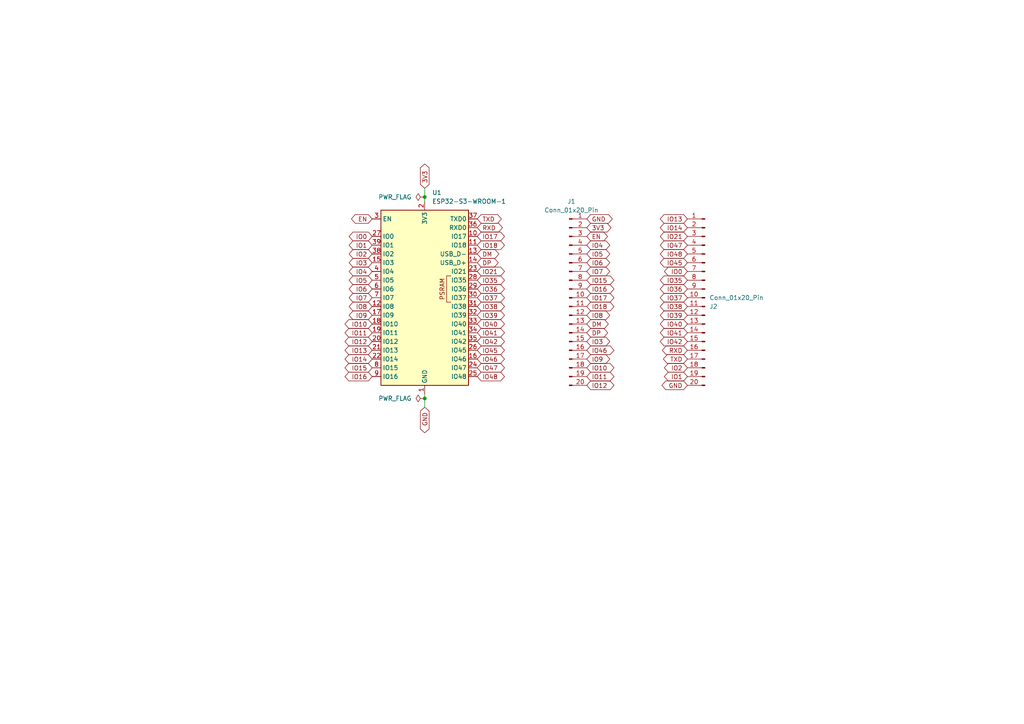
<source format=kicad_sch>
(kicad_sch (version 20250114) (generator "eeschema") (generator_version "9.0")
  (paper "A4")
  (lib_symbols
    (symbol "Connector:Conn_01x20_Pin" (pin_names (offset 1.016) (hide yes))
      (property "Reference" "J" (at 0 25.4 0))
      (property "Value" "Conn_01x20_Pin" (at 0 -27.94 0))
      (symbol "Conn_01x20_Pin_1_1"
        (rectangle (start 0.8636 22.987) (end 0 22.733) (stroke (width 0.1524)) (fill (type outline)))
        (rectangle (start 0.8636 20.447) (end 0 20.193) (stroke (width 0.1524)) (fill (type outline)))
        (rectangle (start 0.8636 17.907) (end 0 17.653) (stroke (width 0.1524)) (fill (type outline)))
        (rectangle (start 0.8636 15.367) (end 0 15.113) (stroke (width 0.1524)) (fill (type outline)))
        (rectangle (start 0.8636 12.827) (end 0 12.573) (stroke (width 0.1524)) (fill (type outline)))
        (rectangle (start 0.8636 10.287) (end 0 10.033) (stroke (width 0.1524)) (fill (type outline)))
        (rectangle (start 0.8636 7.747) (end 0 7.493) (stroke (width 0.1524)) (fill (type outline)))
        (rectangle (start 0.8636 5.207) (end 0 4.953) (stroke (width 0.1524)) (fill (type outline)))
        (rectangle (start 0.8636 2.667) (end 0 2.413) (stroke (width 0.1524)) (fill (type outline)))
        (rectangle (start 0.8636 0.127) (end 0 -0.127) (stroke (width 0.1524)) (fill (type outline)))
        (rectangle (start 0.8636 -2.413) (end 0 -2.667) (stroke (width 0.1524)) (fill (type outline)))
        (rectangle (start 0.8636 -4.953) (end 0 -5.207) (stroke (width 0.1524)) (fill (type outline)))
        (rectangle (start 0.8636 -7.493) (end 0 -7.747) (stroke (width 0.1524)) (fill (type outline)))
        (rectangle (start 0.8636 -10.033) (end 0 -10.287) (stroke (width 0.1524)) (fill (type outline)))
        (rectangle (start 0.8636 -12.573) (end 0 -12.827) (stroke (width 0.1524)) (fill (type outline)))
        (rectangle (start 0.8636 -15.113) (end 0 -15.367) (stroke (width 0.1524)) (fill (type outline)))
        (rectangle (start 0.8636 -17.653) (end 0 -17.907) (stroke (width 0.1524)) (fill (type outline)))
        (rectangle (start 0.8636 -20.193) (end 0 -20.447) (stroke (width 0.1524)) (fill (type outline)))
        (rectangle (start 0.8636 -22.733) (end 0 -22.987) (stroke (width 0.1524)) (fill (type outline)))
        (rectangle (start 0.8636 -25.273) (end 0 -25.527) (stroke (width 0.1524)) (fill (type outline)))
        (polyline (pts (xy 1.27 22.86) (xy 0.8636 22.86)) (stroke (width 0.1524)))
        (polyline (pts (xy 1.27 20.32) (xy 0.8636 20.32)) (stroke (width 0.1524)))
        (polyline (pts (xy 1.27 17.78) (xy 0.8636 17.78)) (stroke (width 0.1524)))
        (polyline (pts (xy 1.27 15.24) (xy 0.8636 15.24)) (stroke (width 0.1524)))
        (polyline (pts (xy 1.27 12.7) (xy 0.8636 12.7)) (stroke (width 0.1524)))
        (polyline (pts (xy 1.27 10.16) (xy 0.8636 10.16)) (stroke (width 0.1524)))
        (polyline (pts (xy 1.27 7.62) (xy 0.8636 7.62)) (stroke (width 0.1524)))
        (polyline (pts (xy 1.27 5.08) (xy 0.8636 5.08)) (stroke (width 0.1524)))
        (polyline (pts (xy 1.27 2.54) (xy 0.8636 2.54)) (stroke (width 0.1524)))
        (polyline (pts (xy 1.27 0) (xy 0.8636 0)) (stroke (width 0.1524)))
        (polyline (pts (xy 1.27 -2.54) (xy 0.8636 -2.54)) (stroke (width 0.1524)))
        (polyline (pts (xy 1.27 -5.08) (xy 0.8636 -5.08)) (stroke (width 0.1524)))
        (polyline (pts (xy 1.27 -7.62) (xy 0.8636 -7.62)) (stroke (width 0.1524)))
        (polyline (pts (xy 1.27 -10.16) (xy 0.8636 -10.16)) (stroke (width 0.1524)))
        (polyline (pts (xy 1.27 -12.7) (xy 0.8636 -12.7)) (stroke (width 0.1524)))
        (polyline (pts (xy 1.27 -15.24) (xy 0.8636 -15.24)) (stroke (width 0.1524)))
        (polyline (pts (xy 1.27 -17.78) (xy 0.8636 -17.78)) (stroke (width 0.1524)))
        (polyline (pts (xy 1.27 -20.32) (xy 0.8636 -20.32)) (stroke (width 0.1524)))
        (polyline (pts (xy 1.27 -22.86) (xy 0.8636 -22.86)) (stroke (width 0.1524)))
        (polyline (pts (xy 1.27 -25.4) (xy 0.8636 -25.4)) (stroke (width 0.1524)))
        (pin passive line (at 5.08 22.86 180) (length 3.81) (name "Pin_1") (number "1"))
        (pin passive line (at 5.08 20.32 180) (length 3.81) (name "Pin_2") (number "2"))
        (pin passive line (at 5.08 17.78 180) (length 3.81) (name "Pin_3") (number "3"))
        (pin passive line (at 5.08 15.24 180) (length 3.81) (name "Pin_4") (number "4"))
        (pin passive line (at 5.08 12.7 180) (length 3.81) (name "Pin_5") (number "5"))
        (pin passive line (at 5.08 10.16 180) (length 3.81) (name "Pin_6") (number "6"))
        (pin passive line (at 5.08 7.62 180) (length 3.81) (name "Pin_7") (number "7"))
        (pin passive line (at 5.08 5.08 180) (length 3.81) (name "Pin_8") (number "8"))
        (pin passive line (at 5.08 2.54 180) (length 3.81) (name "Pin_9") (number "9"))
        (pin passive line (at 5.08 0 180) (length 3.81) (name "Pin_10") (number "10"))
        (pin passive line (at 5.08 -2.54 180) (length 3.81) (name "Pin_11") (number "11"))
        (pin passive line (at 5.08 -5.08 180) (length 3.81) (name "Pin_12") (number "12"))
        (pin passive line (at 5.08 -7.62 180) (length 3.81) (name "Pin_13") (number "13"))
        (pin passive line (at 5.08 -10.16 180) (length 3.81) (name "Pin_14") (number "14"))
        (pin passive line (at 5.08 -12.7 180) (length 3.81) (name "Pin_15") (number "15"))
        (pin passive line (at 5.08 -15.24 180) (length 3.81) (name "Pin_16") (number "16"))
        (pin passive line (at 5.08 -17.78 180) (length 3.81) (name "Pin_17") (number "17"))
        (pin passive line (at 5.08 -20.32 180) (length 3.81) (name "Pin_18") (number "18"))
        (pin passive line (at 5.08 -22.86 180) (length 3.81) (name "Pin_19") (number "19"))
        (pin passive line (at 5.08 -25.4 180) (length 3.81) (name "Pin_20") (number "20"))
      )
    )
    (symbol "RF_Module:ESP32-S3-WROOM-1"
      (property "Reference" "U" (at -12.7 26.67 0))
      (property "Value" "ESP32-S3-WROOM-1" (at 12.7 26.67 0))
      (symbol "ESP32-S3-WROOM-1_0_0"
        (rectangle (start -12.7 25.4) (end 12.7 -25.4) (stroke (width 0.254)) (fill (type background)))
        (text "PSRAM" (at 5.08 2.54 900) (effects (font (size 1.27 1.27))))
      )
      (symbol "ESP32-S3-WROOM-1_0_1"
        (polyline (pts (xy 7.62 -1.27) (xy 6.35 -1.27) (xy 6.35 6.35) (xy 7.62 6.35)))
      )
      (symbol "ESP32-S3-WROOM-1_1_1"
        (pin input line (at -15.24 22.86 0) (length 2.54) (name "EN") (number "3"))
        (pin bidirectional line (at -15.24 17.78 0) (length 2.54) (name "IO0") (number "27"))
        (pin bidirectional line (at -15.24 15.24 0) (length 2.54) (name "IO1") (number "39"))
        (pin bidirectional line (at -15.24 12.7 0) (length 2.54) (name "IO2") (number "38"))
        (pin bidirectional line (at -15.24 10.16 0) (length 2.54) (name "IO3") (number "15"))
        (pin bidirectional line (at -15.24 7.62 0) (length 2.54) (name "IO4") (number "4"))
        (pin bidirectional line (at -15.24 5.08 0) (length 2.54) (name "IO5") (number "5"))
        (pin bidirectional line (at -15.24 2.54 0) (length 2.54) (name "IO6") (number "6"))
        (pin bidirectional line (at -15.24 0 0) (length 2.54) (name "IO7") (number "7"))
        (pin bidirectional line (at -15.24 -2.54 0) (length 2.54) (name "IO8") (number "12"))
        (pin bidirectional line (at -15.24 -5.08 0) (length 2.54) (name "IO9") (number "17"))
        (pin bidirectional line (at -15.24 -7.62 0) (length 2.54) (name "IO10") (number "18"))
        (pin bidirectional line (at -15.24 -10.16 0) (length 2.54) (name "IO11") (number "19"))
        (pin bidirectional line (at -15.24 -12.7 0) (length 2.54) (name "IO12") (number "20"))
        (pin bidirectional line (at -15.24 -15.24 0) (length 2.54) (name "IO13") (number "21"))
        (pin bidirectional line (at -15.24 -17.78 0) (length 2.54) (name "IO14") (number "22"))
        (pin bidirectional line (at -15.24 -20.32 0) (length 2.54) (name "IO15") (number "8"))
        (pin bidirectional line (at -15.24 -22.86 0) (length 2.54) (name "IO16") (number "9"))
        (pin power_in line (at 0 27.94 270) (length 2.54) (name "3V3") (number "2"))
        (pin power_in line (at 0 -27.94 90) (length 2.54) (name "GND") (number "1"))
        (pin passive line (at 0 -27.94 90) (length 2.54) (hide yes) (name "GND") (number "40"))
        (pin passive line (at 0 -27.94 90) (length 2.54) (hide yes) (name "GND") (number "41"))
        (pin bidirectional line (at 15.24 22.86 180) (length 2.54) (name "TXD0") (number "37"))
        (pin bidirectional line (at 15.24 20.32 180) (length 2.54) (name "RXD0") (number "36"))
        (pin bidirectional line (at 15.24 17.78 180) (length 2.54) (name "IO17") (number "10"))
        (pin bidirectional line (at 15.24 15.24 180) (length 2.54) (name "IO18") (number "11"))
        (pin bidirectional line (at 15.24 12.7 180) (length 2.54) (name "USB_D-") (number "13"))
        (pin bidirectional line (at 15.24 10.16 180) (length 2.54) (name "USB_D+") (number "14"))
        (pin bidirectional line (at 15.24 7.62 180) (length 2.54) (name "IO21") (number "23"))
        (pin bidirectional line (at 15.24 5.08 180) (length 2.54) (name "IO35") (number "28"))
        (pin bidirectional line (at 15.24 2.54 180) (length 2.54) (name "IO36") (number "29"))
        (pin bidirectional line (at 15.24 0 180) (length 2.54) (name "IO37") (number "30"))
        (pin bidirectional line (at 15.24 -2.54 180) (length 2.54) (name "IO38") (number "31"))
        (pin bidirectional line (at 15.24 -5.08 180) (length 2.54) (name "IO39") (number "32"))
        (pin bidirectional line (at 15.24 -7.62 180) (length 2.54) (name "IO40") (number "33"))
        (pin bidirectional line (at 15.24 -10.16 180) (length 2.54) (name "IO41") (number "34"))
        (pin bidirectional line (at 15.24 -12.7 180) (length 2.54) (name "IO42") (number "35"))
        (pin bidirectional line (at 15.24 -15.24 180) (length 2.54) (name "IO45") (number "26"))
        (pin bidirectional line (at 15.24 -17.78 180) (length 2.54) (name "IO46") (number "16"))
        (pin bidirectional line (at 15.24 -20.32 180) (length 2.54) (name "IO47") (number "24"))
        (pin bidirectional line (at 15.24 -22.86 180) (length 2.54) (name "IO48") (number "25"))
      )
    )
    (symbol "power:PWR_FLAG" (power) (pin_numbers (hide yes)) (pin_names (offset 0) (hide yes))
      (property "Value" "PWR_FLAG" (at 0 3.81 0))
      (symbol "PWR_FLAG_0_0"
        (pin power_out line (at 0 0 90) (length 0) (name "~") (number "1"))
      )
      (symbol "PWR_FLAG_0_1"
        (polyline (pts (xy 0 0) (xy 0 1.27) (xy -1.016 1.905) (xy 0 2.54) (xy 1.016 1.905) (xy 0 1.27)))
      )
    )
  )
  (junction (at 123.19 57.15))
  (junction (at 123.19 115.57))
  (wire (pts (xy 123.19 54.61) (xy 123.19 57.15)))
  (wire (pts (xy 123.19 118.11) (xy 123.19 115.57)))
  (wire (pts (xy 123.19 115.57) (xy 123.19 114.3)))
  (wire (pts (xy 123.19 57.15) (xy 123.19 58.42)))
  (global_label "TXD" (shape bidirectional) (at 138.43 63.5 0) (property "Intersheetrefs" "${INTERSHEET_REFS}" (effects (hide yes))))
  (global_label "IO16" (shape bidirectional) (at 170.18 83.82 0) (property "Intersheetrefs" "${INTERSHEET_REFS}" (effects (hide yes))))
  (global_label "EN" (shape bidirectional) (at 170.18 68.58 0) (property "Intersheetrefs" "${INTERSHEET_REFS}" (effects (hide yes))))
  (global_label "IO17" (shape bidirectional) (at 170.18 86.36 0) (property "Intersheetrefs" "${INTERSHEET_REFS}" (effects (hide yes))))
  (global_label "EN" (shape bidirectional) (at 107.95 63.5 180) (property "Intersheetrefs" "${INTERSHEET_REFS}" (effects (hide yes))))
  (global_label "IO11" (shape bidirectional) (at 170.18 109.22 0) (property "Intersheetrefs" "${INTERSHEET_REFS}" (effects (hide yes))))
  (global_label "RXD" (shape bidirectional) (at 199.39 101.6 180) (property "Intersheetrefs" "${INTERSHEET_REFS}" (effects (hide yes))))
  (global_label "IO41" (shape bidirectional) (at 199.39 96.52 180) (property "Intersheetrefs" "${INTERSHEET_REFS}" (effects (hide yes))))
  (global_label "GND" (shape bidirectional) (at 123.19 118.11 270) (property "Intersheetrefs" "${INTERSHEET_REFS}" (effects (hide yes))))
  (global_label "IO40" (shape bidirectional) (at 138.43 93.98 0) (property "Intersheetrefs" "${INTERSHEET_REFS}" (effects (hide yes))))
  (global_label "IO48" (shape bidirectional) (at 199.39 73.66 180) (property "Intersheetrefs" "${INTERSHEET_REFS}" (effects (hide yes))))
  (global_label "IO35" (shape bidirectional) (at 199.39 81.28 180) (property "Intersheetrefs" "${INTERSHEET_REFS}" (effects (hide yes))))
  (global_label "IO8" (shape bidirectional) (at 107.95 88.9 180) (property "Intersheetrefs" "${INTERSHEET_REFS}" (effects (hide yes))))
  (global_label "IO36" (shape bidirectional) (at 138.43 83.82 0) (property "Intersheetrefs" "${INTERSHEET_REFS}" (effects (hide yes))))
  (global_label "IO46" (shape bidirectional) (at 170.18 101.6 0) (property "Intersheetrefs" "${INTERSHEET_REFS}" (effects (hide yes))))
  (global_label "IO15" (shape bidirectional) (at 107.95 106.68 180) (property "Intersheetrefs" "${INTERSHEET_REFS}" (effects (hide yes))))
  (global_label "IO36" (shape bidirectional) (at 199.39 83.82 180) (property "Intersheetrefs" "${INTERSHEET_REFS}" (effects (hide yes))))
  (global_label "IO47" (shape bidirectional) (at 138.43 106.68 0) (property "Intersheetrefs" "${INTERSHEET_REFS}" (effects (hide yes))))
  (global_label "RXD" (shape bidirectional) (at 138.43 66.04 0) (property "Intersheetrefs" "${INTERSHEET_REFS}" (effects (hide yes))))
  (global_label "IO3" (shape bidirectional) (at 107.95 76.2 180) (property "Intersheetrefs" "${INTERSHEET_REFS}" (effects (hide yes))))
  (global_label "IO7" (shape bidirectional) (at 170.18 78.74 0) (property "Intersheetrefs" "${INTERSHEET_REFS}" (effects (hide yes))))
  (global_label "IO39" (shape bidirectional) (at 138.43 91.44 0) (property "Intersheetrefs" "${INTERSHEET_REFS}" (effects (hide yes))))
  (global_label "3V3" (shape bidirectional) (at 123.19 54.61 90) (property "Intersheetrefs" "${INTERSHEET_REFS}" (effects (hide yes))))
  (global_label "IO16" (shape bidirectional) (at 107.95 109.22 180) (property "Intersheetrefs" "${INTERSHEET_REFS}" (effects (hide yes))))
  (global_label "GND" (shape bidirectional) (at 199.39 111.76 180) (property "Intersheetrefs" "${INTERSHEET_REFS}" (effects (hide yes))))
  (global_label "IO9" (shape bidirectional) (at 170.18 104.14 0) (property "Intersheetrefs" "${INTERSHEET_REFS}" (effects (hide yes))))
  (global_label "IO4" (shape bidirectional) (at 170.18 71.12 0) (property "Intersheetrefs" "${INTERSHEET_REFS}" (effects (hide yes))))
  (global_label "DM" (shape bidirectional) (at 170.18 93.98 0) (property "Intersheetrefs" "${INTERSHEET_REFS}" (effects (hide yes))))
  (global_label "IO45" (shape bidirectional) (at 138.43 101.6 0) (property "Intersheetrefs" "${INTERSHEET_REFS}" (effects (hide yes))))
  (global_label "IO37" (shape bidirectional) (at 199.39 86.36 180) (property "Intersheetrefs" "${INTERSHEET_REFS}" (effects (hide yes))))
  (global_label "IO46" (shape bidirectional) (at 138.43 104.14 0) (property "Intersheetrefs" "${INTERSHEET_REFS}" (effects (hide yes))))
  (global_label "IO7" (shape bidirectional) (at 107.95 86.36 180) (property "Intersheetrefs" "${INTERSHEET_REFS}" (effects (hide yes))))
  (global_label "IO10" (shape bidirectional) (at 170.18 106.68 0) (property "Intersheetrefs" "${INTERSHEET_REFS}" (effects (hide yes))))
  (global_label "IO11" (shape bidirectional) (at 107.95 96.52 180) (property "Intersheetrefs" "${INTERSHEET_REFS}" (effects (hide yes))))
  (global_label "IO35" (shape bidirectional) (at 138.43 81.28 0) (property "Intersheetrefs" "${INTERSHEET_REFS}" (effects (hide yes))))
  (global_label "IO37" (shape bidirectional) (at 138.43 86.36 0) (property "Intersheetrefs" "${INTERSHEET_REFS}" (effects (hide yes))))
  (global_label "IO41" (shape bidirectional) (at 138.43 96.52 0) (property "Intersheetrefs" "${INTERSHEET_REFS}" (effects (hide yes))))
  (global_label "IO38" (shape bidirectional) (at 138.43 88.9 0) (property "Intersheetrefs" "${INTERSHEET_REFS}" (effects (hide yes))))
  (global_label "GND" (shape bidirectional) (at 170.18 63.5 0) (property "Intersheetrefs" "${INTERSHEET_REFS}" (effects (hide yes))))
  (global_label "DM" (shape bidirectional) (at 138.43 73.66 0) (property "Intersheetrefs" "${INTERSHEET_REFS}" (effects (hide yes))))
  (global_label "IO10" (shape bidirectional) (at 107.95 93.98 180) (property "Intersheetrefs" "${INTERSHEET_REFS}" (effects (hide yes))))
  (global_label "IO47" (shape bidirectional) (at 199.39 71.12 180) (property "Intersheetrefs" "${INTERSHEET_REFS}" (effects (hide yes))))
  (global_label "IO48" (shape bidirectional) (at 138.43 109.22 0) (property "Intersheetrefs" "${INTERSHEET_REFS}" (effects (hide yes))))
  (global_label "IO1" (shape bidirectional) (at 199.39 109.22 180) (property "Intersheetrefs" "${INTERSHEET_REFS}" (effects (hide yes))))
  (global_label "IO18" (shape bidirectional) (at 170.18 88.9 0) (property "Intersheetrefs" "${INTERSHEET_REFS}" (effects (hide yes))))
  (global_label "IO18" (shape bidirectional) (at 138.43 71.12 0) (property "Intersheetrefs" "${INTERSHEET_REFS}" (effects (hide yes))))
  (global_label "IO6" (shape bidirectional) (at 107.95 83.82 180) (property "Intersheetrefs" "${INTERSHEET_REFS}" (effects (hide yes))))
  (global_label "IO42" (shape bidirectional) (at 138.43 99.06 0) (property "Intersheetrefs" "${INTERSHEET_REFS}" (effects (hide yes))))
  (global_label "IO1" (shape bidirectional) (at 107.95 71.12 180) (property "Intersheetrefs" "${INTERSHEET_REFS}" (effects (hide yes))))
  (global_label "IO8" (shape bidirectional) (at 170.18 91.44 0) (property "Intersheetrefs" "${INTERSHEET_REFS}" (effects (hide yes))))
  (global_label "IO13" (shape bidirectional) (at 107.95 101.6 180) (property "Intersheetrefs" "${INTERSHEET_REFS}" (effects (hide yes))))
  (global_label "DP" (shape bidirectional) (at 138.43 76.2 0) (property "Intersheetrefs" "${INTERSHEET_REFS}" (effects (hide yes))))
  (global_label "IO17" (shape bidirectional) (at 138.43 68.58 0) (property "Intersheetrefs" "${INTERSHEET_REFS}" (effects (hide yes))))
  (global_label "IO15" (shape bidirectional) (at 170.18 81.28 0) (property "Intersheetrefs" "${INTERSHEET_REFS}" (effects (hide yes))))
  (global_label "TXD" (shape bidirectional) (at 199.39 104.14 180) (property "Intersheetrefs" "${INTERSHEET_REFS}" (effects (hide yes))))
  (global_label "IO2" (shape bidirectional) (at 199.39 106.68 180) (property "Intersheetrefs" "${INTERSHEET_REFS}" (effects (hide yes))))
  (global_label "IO5" (shape bidirectional) (at 107.95 81.28 180) (property "Intersheetrefs" "${INTERSHEET_REFS}" (effects (hide yes))))
  (global_label "IO12" (shape bidirectional) (at 107.95 99.06 180) (property "Intersheetrefs" "${INTERSHEET_REFS}" (effects (hide yes))))
  (global_label "IO0" (shape bidirectional) (at 199.39 78.74 180) (property "Intersheetrefs" "${INTERSHEET_REFS}" (effects (hide yes))))
  (global_label "IO21" (shape bidirectional) (at 199.39 68.58 180) (property "Intersheetrefs" "${INTERSHEET_REFS}" (effects (hide yes))))
  (global_label "IO3" (shape bidirectional) (at 170.18 99.06 0) (property "Intersheetrefs" "${INTERSHEET_REFS}" (effects (hide yes))))
  (global_label "IO38" (shape bidirectional) (at 199.39 88.9 180) (property "Intersheetrefs" "${INTERSHEET_REFS}" (effects (hide yes))))
  (global_label "IO0" (shape bidirectional) (at 107.95 68.58 180) (property "Intersheetrefs" "${INTERSHEET_REFS}" (effects (hide yes))))
  (global_label "IO14" (shape bidirectional) (at 199.39 66.04 180) (property "Intersheetrefs" "${INTERSHEET_REFS}" (effects (hide yes))))
  (global_label "IO39" (shape bidirectional) (at 199.39 91.44 180) (property "Intersheetrefs" "${INTERSHEET_REFS}" (effects (hide yes))))
  (global_label "IO9" (shape bidirectional) (at 107.95 91.44 180) (property "Intersheetrefs" "${INTERSHEET_REFS}" (effects (hide yes))))
  (global_label "DP" (shape bidirectional) (at 170.18 96.52 0) (property "Intersheetrefs" "${INTERSHEET_REFS}" (effects (hide yes))))
  (global_label "IO4" (shape bidirectional) (at 107.95 78.74 180) (property "Intersheetrefs" "${INTERSHEET_REFS}" (effects (hide yes))))
  (global_label "IO12" (shape bidirectional) (at 170.18 111.76 0) (property "Intersheetrefs" "${INTERSHEET_REFS}" (effects (hide yes))))
  (global_label "IO2" (shape bidirectional) (at 107.95 73.66 180) (property "Intersheetrefs" "${INTERSHEET_REFS}" (effects (hide yes))))
  (global_label "IO13" (shape bidirectional) (at 199.39 63.5 180) (property "Intersheetrefs" "${INTERSHEET_REFS}" (effects (hide yes))))
  (global_label "IO45" (shape bidirectional) (at 199.39 76.2 180) (property "Intersheetrefs" "${INTERSHEET_REFS}" (effects (hide yes))))
  (global_label "IO42" (shape bidirectional) (at 199.39 99.06 180) (property "Intersheetrefs" "${INTERSHEET_REFS}" (effects (hide yes))))
  (global_label "IO5" (shape bidirectional) (at 170.18 73.66 0) (property "Intersheetrefs" "${INTERSHEET_REFS}" (effects (hide yes))))
  (global_label "IO40" (shape bidirectional) (at 199.39 93.98 180) (property "Intersheetrefs" "${INTERSHEET_REFS}" (effects (hide yes))))
  (global_label "IO6" (shape bidirectional) (at 170.18 76.2 0) (property "Intersheetrefs" "${INTERSHEET_REFS}" (effects (hide yes))))
  (global_label "IO14" (shape bidirectional) (at 107.95 104.14 180) (property "Intersheetrefs" "${INTERSHEET_REFS}" (effects (hide yes))))
  (global_label "IO21" (shape bidirectional) (at 138.43 78.74 0) (property "Intersheetrefs" "${INTERSHEET_REFS}" (effects (hide yes))))
  (global_label "3V3" (shape bidirectional) (at 170.18 66.04 0) (property "Intersheetrefs" "${INTERSHEET_REFS}" (effects (hide yes))))
  (symbol (lib_id "Connector:Conn_01x20_Pin") (at 165.1 86.36 0) (unit 1)
    (property "Reference" "J1" (at 165.735 58.42 0))
    (property "Value" "Conn_01x20_Pin" (at 165.735 60.96 0))
    (property "Footprint" "Connector_PinHeader_2.54mm:PinHeader_1x20_P2.54mm_Vertical" (effects (hide yes)))
    (property "Description" "Generic connector, single row, 01x20, script generated" (effects (hide yes)))
  )
  (symbol (lib_id "Connector:Conn_01x20_Pin") (at 204.47 86.36 0) (mirror y) (unit 1)
    (property "Reference" "J2" (at 205.74 88.9001 0) (effects (justify right)))
    (property "Value" "Conn_01x20_Pin" (at 205.74 86.3601 0) (effects (justify right)))
    (property "Footprint" "Connector_PinHeader_2.54mm:PinHeader_1x20_P2.54mm_Vertical" (effects (hide yes)))
    (property "Description" "Generic connector, single row, 01x20, script generated" (effects (hide yes)))
  )
  (symbol (lib_id "RF_Module:ESP32-S3-WROOM-1") (at 123.19 86.36 0) (unit 1)
    (property "Reference" "U1" (at 125.3333 55.88 0) (effects (justify left)))
    (property "Value" "ESP32-S3-WROOM-1" (at 125.3333 58.42 0) (effects (justify left)))
    (property "Footprint" "RF_Module:ESP32-S3-WROOM-1U" (effects (hide yes)))
    (property "Datasheet" "https://www.espressif.com/sites/default/files/documentation/esp32-s3-wroom-1_wroom-1u_datasheet_en.pdf" (effects (hide yes)))
    (property "Description" "RF Module, ESP32-S3 SoC, Wi-Fi 802.11b/g/n, Bluetooth, BLE, 32-bit, 3.3V, onboard antenna, SMD" (effects (hide yes)))
  )
  (symbol (lib_id "power:PWR_FLAG") (at 123.19 115.57 90) (unit 1)
    (property "Reference" "#FLG01" (effects (hide yes)))
    (property "Value" "PWR_FLAG" (at 119.38 115.5699 90) (effects (justify left)))
    (property "Description" "Special symbol for telling ERC where power comes from" (effects (hide yes)))
  )
  (symbol (lib_id "power:PWR_FLAG") (at 123.19 57.15 90) (unit 1)
    (property "Reference" "#FLG02" (effects (hide yes)))
    (property "Value" "PWR_FLAG" (at 119.38 57.1499 90) (effects (justify left)))
    (property "Description" "Special symbol for telling ERC where power comes from" (effects (hide yes)))
  )
)
</source>
